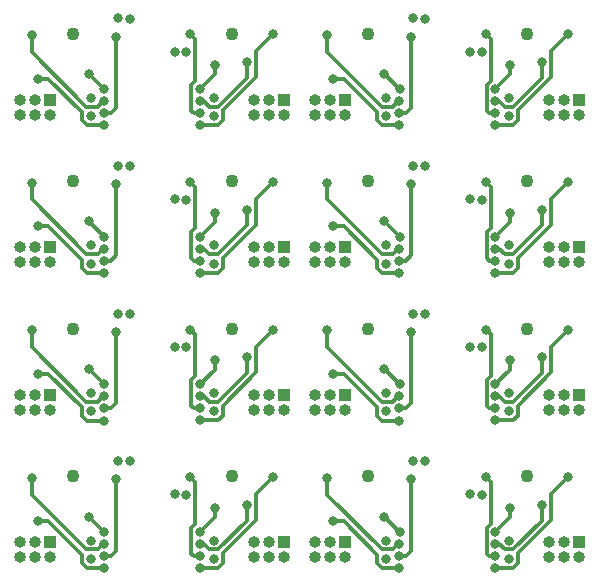
<source format=gbr>
%TF.GenerationSoftware,KiCad,Pcbnew,(5.1.10)-1*%
%TF.CreationDate,2022-01-17T18:26:10+07:00*%
%TF.ProjectId,ADuM_I2C_v3_pnlz2x4,4144754d-5f49-4324-935f-76335f706e6c,rev?*%
%TF.SameCoordinates,Original*%
%TF.FileFunction,Copper,L3,Inr*%
%TF.FilePolarity,Positive*%
%FSLAX46Y46*%
G04 Gerber Fmt 4.6, Leading zero omitted, Abs format (unit mm)*
G04 Created by KiCad (PCBNEW (5.1.10)-1) date 2022-01-17 18:26:10*
%MOMM*%
%LPD*%
G01*
G04 APERTURE LIST*
%TA.AperFunction,ComponentPad*%
%ADD10R,1.000000X1.000000*%
%TD*%
%TA.AperFunction,ComponentPad*%
%ADD11O,1.000000X1.000000*%
%TD*%
%TA.AperFunction,ViaPad*%
%ADD12C,0.800000*%
%TD*%
%TA.AperFunction,ViaPad*%
%ADD13C,1.100000*%
%TD*%
%TA.AperFunction,Conductor*%
%ADD14C,0.300000*%
%TD*%
G04 APERTURE END LIST*
D10*
%TO.N,VCCQ*%
%TO.C,J2*%
X146364000Y-125944000D03*
D11*
%TO.N,GND2*%
X146364000Y-127214000D03*
%TO.N,/SDAq*%
X145094000Y-125944000D03*
%TO.N,/SCLq*%
X145094000Y-127214000D03*
%TO.N,/outa*%
X143824000Y-125944000D03*
%TO.N,/inb*%
X143824000Y-127214000D03*
%TD*%
D10*
%TO.N,VCCQ*%
%TO.C,J2*%
X121364000Y-125944000D03*
D11*
%TO.N,GND2*%
X121364000Y-127214000D03*
%TO.N,/SDAq*%
X120094000Y-125944000D03*
%TO.N,/SCLq*%
X120094000Y-127214000D03*
%TO.N,/outa*%
X118824000Y-125944000D03*
%TO.N,/inb*%
X118824000Y-127214000D03*
%TD*%
D10*
%TO.N,VCCQ*%
%TO.C,J2*%
X146364000Y-113444000D03*
D11*
%TO.N,GND2*%
X146364000Y-114714000D03*
%TO.N,/SDAq*%
X145094000Y-113444000D03*
%TO.N,/SCLq*%
X145094000Y-114714000D03*
%TO.N,/outa*%
X143824000Y-113444000D03*
%TO.N,/inb*%
X143824000Y-114714000D03*
%TD*%
D10*
%TO.N,VCCQ*%
%TO.C,J2*%
X121364000Y-113444000D03*
D11*
%TO.N,GND2*%
X121364000Y-114714000D03*
%TO.N,/SDAq*%
X120094000Y-113444000D03*
%TO.N,/SCLq*%
X120094000Y-114714000D03*
%TO.N,/outa*%
X118824000Y-113444000D03*
%TO.N,/inb*%
X118824000Y-114714000D03*
%TD*%
D10*
%TO.N,VCCQ*%
%TO.C,J2*%
X146364000Y-100944000D03*
D11*
%TO.N,GND2*%
X146364000Y-102214000D03*
%TO.N,/SDAq*%
X145094000Y-100944000D03*
%TO.N,/SCLq*%
X145094000Y-102214000D03*
%TO.N,/outa*%
X143824000Y-100944000D03*
%TO.N,/inb*%
X143824000Y-102214000D03*
%TD*%
D10*
%TO.N,VCCQ*%
%TO.C,J2*%
X121364000Y-100944000D03*
D11*
%TO.N,GND2*%
X121364000Y-102214000D03*
%TO.N,/SDAq*%
X120094000Y-100944000D03*
%TO.N,/SCLq*%
X120094000Y-102214000D03*
%TO.N,/outa*%
X118824000Y-100944000D03*
%TO.N,/inb*%
X118824000Y-102214000D03*
%TD*%
D10*
%TO.N,VCCQ*%
%TO.C,J2*%
X146364000Y-88444000D03*
D11*
%TO.N,GND2*%
X146364000Y-89714000D03*
%TO.N,/SDAq*%
X145094000Y-88444000D03*
%TO.N,/SCLq*%
X145094000Y-89714000D03*
%TO.N,/outa*%
X143824000Y-88444000D03*
%TO.N,/inb*%
X143824000Y-89714000D03*
%TD*%
D10*
%TO.N,/ina*%
%TO.C,J1*%
X166176000Y-125944000D03*
D11*
%TO.N,/outb*%
X166176000Y-127214000D03*
%TO.N,/SDA*%
X164906000Y-125944000D03*
%TO.N,/SCL*%
X164906000Y-127214000D03*
%TO.N,VCC*%
X163636000Y-125944000D03*
%TO.N,GND*%
X163636000Y-127214000D03*
%TD*%
D10*
%TO.N,/ina*%
%TO.C,J1*%
X141176000Y-125944000D03*
D11*
%TO.N,/outb*%
X141176000Y-127214000D03*
%TO.N,/SDA*%
X139906000Y-125944000D03*
%TO.N,/SCL*%
X139906000Y-127214000D03*
%TO.N,VCC*%
X138636000Y-125944000D03*
%TO.N,GND*%
X138636000Y-127214000D03*
%TD*%
D10*
%TO.N,/ina*%
%TO.C,J1*%
X166176000Y-113444000D03*
D11*
%TO.N,/outb*%
X166176000Y-114714000D03*
%TO.N,/SDA*%
X164906000Y-113444000D03*
%TO.N,/SCL*%
X164906000Y-114714000D03*
%TO.N,VCC*%
X163636000Y-113444000D03*
%TO.N,GND*%
X163636000Y-114714000D03*
%TD*%
D10*
%TO.N,/ina*%
%TO.C,J1*%
X141176000Y-113444000D03*
D11*
%TO.N,/outb*%
X141176000Y-114714000D03*
%TO.N,/SDA*%
X139906000Y-113444000D03*
%TO.N,/SCL*%
X139906000Y-114714000D03*
%TO.N,VCC*%
X138636000Y-113444000D03*
%TO.N,GND*%
X138636000Y-114714000D03*
%TD*%
D10*
%TO.N,/ina*%
%TO.C,J1*%
X166176000Y-100944000D03*
D11*
%TO.N,/outb*%
X166176000Y-102214000D03*
%TO.N,/SDA*%
X164906000Y-100944000D03*
%TO.N,/SCL*%
X164906000Y-102214000D03*
%TO.N,VCC*%
X163636000Y-100944000D03*
%TO.N,GND*%
X163636000Y-102214000D03*
%TD*%
D10*
%TO.N,/ina*%
%TO.C,J1*%
X141176000Y-100944000D03*
D11*
%TO.N,/outb*%
X141176000Y-102214000D03*
%TO.N,/SDA*%
X139906000Y-100944000D03*
%TO.N,/SCL*%
X139906000Y-102214000D03*
%TO.N,VCC*%
X138636000Y-100944000D03*
%TO.N,GND*%
X138636000Y-102214000D03*
%TD*%
D10*
%TO.N,/ina*%
%TO.C,J1*%
X166176000Y-88444000D03*
D11*
%TO.N,/outb*%
X166176000Y-89714000D03*
%TO.N,/SDA*%
X164906000Y-88444000D03*
%TO.N,/SCL*%
X164906000Y-89714000D03*
%TO.N,VCC*%
X163636000Y-88444000D03*
%TO.N,GND*%
X163636000Y-89714000D03*
%TD*%
%TO.N,GND*%
%TO.C,J1*%
X138636000Y-89714000D03*
%TO.N,VCC*%
X138636000Y-88444000D03*
%TO.N,/SCL*%
X139906000Y-89714000D03*
%TO.N,/SDA*%
X139906000Y-88444000D03*
%TO.N,/outb*%
X141176000Y-89714000D03*
D10*
%TO.N,/ina*%
X141176000Y-88444000D03*
%TD*%
D11*
%TO.N,/inb*%
%TO.C,J2*%
X118824000Y-89714000D03*
%TO.N,/outa*%
X118824000Y-88444000D03*
%TO.N,/SCLq*%
X120094000Y-89714000D03*
%TO.N,/SDAq*%
X120094000Y-88444000D03*
%TO.N,GND2*%
X121364000Y-89714000D03*
D10*
%TO.N,VCCQ*%
X121364000Y-88444000D03*
%TD*%
D12*
%TO.N,VCC*%
X135207000Y-88291000D03*
D13*
X136731000Y-82856000D03*
D12*
X160207000Y-88291000D03*
X135207000Y-100791000D03*
X160207000Y-100791000D03*
X135207000Y-113291000D03*
X160207000Y-113291000D03*
X135207000Y-125791000D03*
X160207000Y-125791000D03*
D13*
X161731000Y-82856000D03*
X136731000Y-95356000D03*
X161731000Y-95356000D03*
X136731000Y-107856000D03*
X161731000Y-107856000D03*
X136731000Y-120356000D03*
X161731000Y-120356000D03*
D12*
%TO.N,GND*%
X135207000Y-89841000D03*
X160207000Y-89841000D03*
X135207000Y-102341000D03*
X160207000Y-102341000D03*
X135207000Y-114841000D03*
X160207000Y-114841000D03*
X135207000Y-127341000D03*
X160207000Y-127341000D03*
%TO.N,VCCQ*%
X124793000Y-88291000D03*
D13*
X123269000Y-82856000D03*
D12*
X149793000Y-88291000D03*
X124793000Y-100791000D03*
X149793000Y-100791000D03*
X124793000Y-113291000D03*
X149793000Y-113291000D03*
X124793000Y-125791000D03*
X149793000Y-125791000D03*
D13*
X148269000Y-82856000D03*
X123269000Y-95356000D03*
X148269000Y-95356000D03*
X123269000Y-107856000D03*
X148269000Y-107856000D03*
X123269000Y-120356000D03*
X148269000Y-120356000D03*
D12*
%TO.N,GND2*%
X124793000Y-89841000D03*
X149793000Y-89841000D03*
X124793000Y-102341000D03*
X149793000Y-102341000D03*
X124793000Y-114841000D03*
X149793000Y-114841000D03*
X124793000Y-127341000D03*
X149793000Y-127341000D03*
%TO.N,/SCL*%
X131903419Y-84379953D03*
X156903419Y-84379953D03*
X131903419Y-96879953D03*
X156903419Y-96879953D03*
X131903419Y-109379953D03*
X156903419Y-109379953D03*
X131903419Y-121879953D03*
X156903419Y-121879953D03*
%TO.N,/SDA*%
X132902990Y-84409645D03*
X157902990Y-84409645D03*
X132902990Y-96909645D03*
X157902990Y-96909645D03*
X132902990Y-109409645D03*
X157902990Y-109409645D03*
X132902990Y-121909645D03*
X157902990Y-121909645D03*
%TO.N,/SCLq*%
X128110140Y-81590919D03*
X153110140Y-81590919D03*
X128110140Y-94090919D03*
X153110140Y-94090919D03*
X128110140Y-106590919D03*
X153110140Y-106590919D03*
X128110140Y-119090919D03*
X153110140Y-119090919D03*
%TO.N,/SDAq*%
X127110247Y-81575469D03*
X152110247Y-81575469D03*
X127110247Y-94075469D03*
X152110247Y-94075469D03*
X127110247Y-106575469D03*
X152110247Y-106575469D03*
X127110247Y-119075469D03*
X152110247Y-119075469D03*
%TO.N,Net-(Q1-Pad2)*%
X134064000Y-87555000D03*
X135302898Y-85523004D03*
X159064000Y-87555000D03*
X134064000Y-100055000D03*
X159064000Y-100055000D03*
X134064000Y-112555000D03*
X159064000Y-112555000D03*
X134064000Y-125055000D03*
X159064000Y-125055000D03*
X160302898Y-85523004D03*
X135302898Y-98023004D03*
X160302898Y-98023004D03*
X135302898Y-110523004D03*
X160302898Y-110523004D03*
X135302898Y-123023004D03*
X160302898Y-123023004D03*
%TO.N,Net-(Q2-Pad2)*%
X134064000Y-89587000D03*
X133241533Y-82919496D03*
X159064000Y-89587000D03*
X134064000Y-102087000D03*
X159064000Y-102087000D03*
X134064000Y-114587000D03*
X159064000Y-114587000D03*
X134064000Y-127087000D03*
X159064000Y-127087000D03*
X158241533Y-82919496D03*
X133241533Y-95419496D03*
X158241533Y-95419496D03*
X133241533Y-107919496D03*
X158241533Y-107919496D03*
X133241533Y-120419496D03*
X158241533Y-120419496D03*
%TO.N,Net-(Q3-Pad2)*%
X134064000Y-88571000D03*
X138000994Y-85269000D03*
X159064000Y-88571000D03*
X134064000Y-101071000D03*
X159064000Y-101071000D03*
X134064000Y-113571000D03*
X159064000Y-113571000D03*
X134064000Y-126071000D03*
X159064000Y-126071000D03*
X163000994Y-85269000D03*
X138000994Y-97769000D03*
X163000994Y-97769000D03*
X138000994Y-110269000D03*
X163000994Y-110269000D03*
X138000994Y-122769000D03*
X163000994Y-122769000D03*
%TO.N,Net-(Q4-Pad2)*%
X134064000Y-90603000D03*
X140214811Y-82921996D03*
X159064000Y-90603000D03*
X134064000Y-103103000D03*
X159064000Y-103103000D03*
X134064000Y-115603000D03*
X159064000Y-115603000D03*
X134064000Y-128103000D03*
X159064000Y-128103000D03*
X165214811Y-82921996D03*
X140214811Y-95421996D03*
X165214811Y-95421996D03*
X140214811Y-107921996D03*
X165214811Y-107921996D03*
X140214811Y-120421996D03*
X165214811Y-120421996D03*
%TO.N,Net-(Q5-Pad2)*%
X124654010Y-86260265D03*
X125957705Y-87561379D03*
X149654010Y-86260265D03*
X124654010Y-98760265D03*
X149654010Y-98760265D03*
X124654010Y-111260265D03*
X149654010Y-111260265D03*
X124654010Y-123760265D03*
X149654010Y-123760265D03*
X150957705Y-87561379D03*
X125957705Y-100061379D03*
X150957705Y-100061379D03*
X125957705Y-112561379D03*
X150957705Y-112561379D03*
X125957705Y-125061379D03*
X150957705Y-125061379D03*
%TO.N,Net-(Q6-Pad2)*%
X125936000Y-89587000D03*
X126952000Y-83110000D03*
X150936000Y-89587000D03*
X125936000Y-102087000D03*
X150936000Y-102087000D03*
X125936000Y-114587000D03*
X150936000Y-114587000D03*
X125936000Y-127087000D03*
X150936000Y-127087000D03*
X151952000Y-83110000D03*
X126952000Y-95610000D03*
X151952000Y-95610000D03*
X126952000Y-108110000D03*
X151952000Y-108110000D03*
X126952000Y-120610000D03*
X151952000Y-120610000D03*
%TO.N,Net-(Q7-Pad2)*%
X119784577Y-82982726D03*
X125936000Y-88571000D03*
X144784577Y-82982726D03*
X119784577Y-95482726D03*
X144784577Y-95482726D03*
X119784577Y-107982726D03*
X144784577Y-107982726D03*
X119784577Y-120482726D03*
X144784577Y-120482726D03*
X150936000Y-88571000D03*
X125936000Y-101071000D03*
X150936000Y-101071000D03*
X125936000Y-113571000D03*
X150936000Y-113571000D03*
X125936000Y-126071000D03*
X150936000Y-126071000D03*
%TO.N,Net-(Q8-Pad2)*%
X125935957Y-90632135D03*
X120348000Y-86666000D03*
X150935957Y-90632135D03*
X125935957Y-103132135D03*
X150935957Y-103132135D03*
X125935957Y-115632135D03*
X150935957Y-115632135D03*
X125935957Y-128132135D03*
X150935957Y-128132135D03*
X145348000Y-86666000D03*
X120348000Y-99166000D03*
X145348000Y-99166000D03*
X120348000Y-111666000D03*
X145348000Y-111666000D03*
X120348000Y-124166000D03*
X145348000Y-124166000D03*
%TD*%
D14*
%TO.N,Net-(Q1-Pad2)*%
X135302898Y-86316102D02*
X135302898Y-85523004D01*
X134064000Y-87555000D02*
X135302898Y-86316102D01*
X135302898Y-86316102D02*
X135302898Y-85523004D01*
X134064000Y-87555000D02*
X135302898Y-86316102D01*
X160302898Y-86316102D02*
X160302898Y-85523004D01*
X135302898Y-98816102D02*
X135302898Y-98023004D01*
X160302898Y-98816102D02*
X160302898Y-98023004D01*
X135302898Y-111316102D02*
X135302898Y-110523004D01*
X160302898Y-111316102D02*
X160302898Y-110523004D01*
X135302898Y-123816102D02*
X135302898Y-123023004D01*
X160302898Y-123816102D02*
X160302898Y-123023004D01*
X159064000Y-87555000D02*
X160302898Y-86316102D01*
X134064000Y-100055000D02*
X135302898Y-98816102D01*
X159064000Y-100055000D02*
X160302898Y-98816102D01*
X134064000Y-112555000D02*
X135302898Y-111316102D01*
X159064000Y-112555000D02*
X160302898Y-111316102D01*
X134064000Y-125055000D02*
X135302898Y-123816102D01*
X159064000Y-125055000D02*
X160302898Y-123816102D01*
%TO.N,Net-(Q2-Pad2)*%
X134064000Y-89587000D02*
X133498315Y-89587000D01*
X133498315Y-89587000D02*
X133313999Y-89402684D01*
X133313999Y-89402684D02*
X133313999Y-87194999D01*
X133313999Y-87194999D02*
X133653631Y-86855367D01*
X133653631Y-86855367D02*
X133653631Y-83331594D01*
X133653631Y-83331594D02*
X133241533Y-82919496D01*
X134064000Y-89587000D02*
X133498315Y-89587000D01*
X133498315Y-89587000D02*
X133313999Y-89402684D01*
X133313999Y-89402684D02*
X133313999Y-87194999D01*
X133313999Y-87194999D02*
X133653631Y-86855367D01*
X133653631Y-86855367D02*
X133653631Y-83331594D01*
X133653631Y-83331594D02*
X133241533Y-82919496D01*
X159064000Y-89587000D02*
X158498315Y-89587000D01*
X134064000Y-102087000D02*
X133498315Y-102087000D01*
X159064000Y-102087000D02*
X158498315Y-102087000D01*
X134064000Y-114587000D02*
X133498315Y-114587000D01*
X159064000Y-114587000D02*
X158498315Y-114587000D01*
X134064000Y-127087000D02*
X133498315Y-127087000D01*
X159064000Y-127087000D02*
X158498315Y-127087000D01*
X158498315Y-89587000D02*
X158313999Y-89402684D01*
X133498315Y-102087000D02*
X133313999Y-101902684D01*
X158498315Y-102087000D02*
X158313999Y-101902684D01*
X133498315Y-114587000D02*
X133313999Y-114402684D01*
X158498315Y-114587000D02*
X158313999Y-114402684D01*
X133498315Y-127087000D02*
X133313999Y-126902684D01*
X158498315Y-127087000D02*
X158313999Y-126902684D01*
X158313999Y-89402684D02*
X158313999Y-87194999D01*
X133313999Y-101902684D02*
X133313999Y-99694999D01*
X158313999Y-101902684D02*
X158313999Y-99694999D01*
X133313999Y-114402684D02*
X133313999Y-112194999D01*
X158313999Y-114402684D02*
X158313999Y-112194999D01*
X133313999Y-126902684D02*
X133313999Y-124694999D01*
X158313999Y-126902684D02*
X158313999Y-124694999D01*
X158313999Y-87194999D02*
X158653631Y-86855367D01*
X133313999Y-99694999D02*
X133653631Y-99355367D01*
X158313999Y-99694999D02*
X158653631Y-99355367D01*
X133313999Y-112194999D02*
X133653631Y-111855367D01*
X158313999Y-112194999D02*
X158653631Y-111855367D01*
X133313999Y-124694999D02*
X133653631Y-124355367D01*
X158313999Y-124694999D02*
X158653631Y-124355367D01*
X158653631Y-86855367D02*
X158653631Y-83331594D01*
X133653631Y-99355367D02*
X133653631Y-95831594D01*
X158653631Y-99355367D02*
X158653631Y-95831594D01*
X133653631Y-111855367D02*
X133653631Y-108331594D01*
X158653631Y-111855367D02*
X158653631Y-108331594D01*
X133653631Y-124355367D02*
X133653631Y-120831594D01*
X158653631Y-124355367D02*
X158653631Y-120831594D01*
X158653631Y-83331594D02*
X158241533Y-82919496D01*
X133653631Y-95831594D02*
X133241533Y-95419496D01*
X158653631Y-95831594D02*
X158241533Y-95419496D01*
X133653631Y-108331594D02*
X133241533Y-107919496D01*
X158653631Y-108331594D02*
X158241533Y-107919496D01*
X133653631Y-120831594D02*
X133241533Y-120419496D01*
X158653631Y-120831594D02*
X158241533Y-120419496D01*
%TO.N,Net-(Q3-Pad2)*%
X138000994Y-86607008D02*
X138000994Y-85269000D01*
X135567001Y-89041001D02*
X138000994Y-86607008D01*
X134846999Y-89041001D02*
X135567001Y-89041001D01*
X134376998Y-88571000D02*
X134846999Y-89041001D01*
X134064000Y-88571000D02*
X134376998Y-88571000D01*
X138000994Y-86607008D02*
X138000994Y-85269000D01*
X135567001Y-89041001D02*
X138000994Y-86607008D01*
X134846999Y-89041001D02*
X135567001Y-89041001D01*
X134376998Y-88571000D02*
X134846999Y-89041001D01*
X134064000Y-88571000D02*
X134376998Y-88571000D01*
X163000994Y-86607008D02*
X163000994Y-85269000D01*
X138000994Y-99107008D02*
X138000994Y-97769000D01*
X163000994Y-99107008D02*
X163000994Y-97769000D01*
X138000994Y-111607008D02*
X138000994Y-110269000D01*
X163000994Y-111607008D02*
X163000994Y-110269000D01*
X138000994Y-124107008D02*
X138000994Y-122769000D01*
X163000994Y-124107008D02*
X163000994Y-122769000D01*
X160567001Y-89041001D02*
X163000994Y-86607008D01*
X135567001Y-101541001D02*
X138000994Y-99107008D01*
X160567001Y-101541001D02*
X163000994Y-99107008D01*
X135567001Y-114041001D02*
X138000994Y-111607008D01*
X160567001Y-114041001D02*
X163000994Y-111607008D01*
X135567001Y-126541001D02*
X138000994Y-124107008D01*
X160567001Y-126541001D02*
X163000994Y-124107008D01*
X159846999Y-89041001D02*
X160567001Y-89041001D01*
X134846999Y-101541001D02*
X135567001Y-101541001D01*
X159846999Y-101541001D02*
X160567001Y-101541001D01*
X134846999Y-114041001D02*
X135567001Y-114041001D01*
X159846999Y-114041001D02*
X160567001Y-114041001D01*
X134846999Y-126541001D02*
X135567001Y-126541001D01*
X159846999Y-126541001D02*
X160567001Y-126541001D01*
X159376998Y-88571000D02*
X159846999Y-89041001D01*
X134376998Y-101071000D02*
X134846999Y-101541001D01*
X159376998Y-101071000D02*
X159846999Y-101541001D01*
X134376998Y-113571000D02*
X134846999Y-114041001D01*
X159376998Y-113571000D02*
X159846999Y-114041001D01*
X134376998Y-126071000D02*
X134846999Y-126541001D01*
X159376998Y-126071000D02*
X159846999Y-126541001D01*
X159064000Y-88571000D02*
X159376998Y-88571000D01*
X134064000Y-101071000D02*
X134376998Y-101071000D01*
X159064000Y-101071000D02*
X159376998Y-101071000D01*
X134064000Y-113571000D02*
X134376998Y-113571000D01*
X159064000Y-113571000D02*
X159376998Y-113571000D01*
X134064000Y-126071000D02*
X134376998Y-126071000D01*
X159064000Y-126071000D02*
X159376998Y-126071000D01*
%TO.N,Net-(Q4-Pad2)*%
X138763000Y-84373807D02*
X140214811Y-82921996D01*
X138763000Y-86552122D02*
X138763000Y-84373807D01*
X135957001Y-89358121D02*
X138763000Y-86552122D01*
X135957001Y-90201001D02*
X135957001Y-89358121D01*
X135555002Y-90603000D02*
X135957001Y-90201001D01*
X134064000Y-90603000D02*
X135555002Y-90603000D01*
X138763000Y-84373807D02*
X140214811Y-82921996D01*
X138763000Y-86552122D02*
X138763000Y-84373807D01*
X135957001Y-89358121D02*
X138763000Y-86552122D01*
X135957001Y-90201001D02*
X135957001Y-89358121D01*
X135555002Y-90603000D02*
X135957001Y-90201001D01*
X134064000Y-90603000D02*
X135555002Y-90603000D01*
X163763000Y-84373807D02*
X165214811Y-82921996D01*
X138763000Y-96873807D02*
X140214811Y-95421996D01*
X163763000Y-96873807D02*
X165214811Y-95421996D01*
X138763000Y-109373807D02*
X140214811Y-107921996D01*
X163763000Y-109373807D02*
X165214811Y-107921996D01*
X138763000Y-121873807D02*
X140214811Y-120421996D01*
X163763000Y-121873807D02*
X165214811Y-120421996D01*
X163763000Y-86552122D02*
X163763000Y-84373807D01*
X138763000Y-99052122D02*
X138763000Y-96873807D01*
X163763000Y-99052122D02*
X163763000Y-96873807D01*
X138763000Y-111552122D02*
X138763000Y-109373807D01*
X163763000Y-111552122D02*
X163763000Y-109373807D01*
X138763000Y-124052122D02*
X138763000Y-121873807D01*
X163763000Y-124052122D02*
X163763000Y-121873807D01*
X160957001Y-89358121D02*
X163763000Y-86552122D01*
X135957001Y-101858121D02*
X138763000Y-99052122D01*
X160957001Y-101858121D02*
X163763000Y-99052122D01*
X135957001Y-114358121D02*
X138763000Y-111552122D01*
X160957001Y-114358121D02*
X163763000Y-111552122D01*
X135957001Y-126858121D02*
X138763000Y-124052122D01*
X160957001Y-126858121D02*
X163763000Y-124052122D01*
X160957001Y-90201001D02*
X160957001Y-89358121D01*
X135957001Y-102701001D02*
X135957001Y-101858121D01*
X160957001Y-102701001D02*
X160957001Y-101858121D01*
X135957001Y-115201001D02*
X135957001Y-114358121D01*
X160957001Y-115201001D02*
X160957001Y-114358121D01*
X135957001Y-127701001D02*
X135957001Y-126858121D01*
X160957001Y-127701001D02*
X160957001Y-126858121D01*
X160555002Y-90603000D02*
X160957001Y-90201001D01*
X135555002Y-103103000D02*
X135957001Y-102701001D01*
X160555002Y-103103000D02*
X160957001Y-102701001D01*
X135555002Y-115603000D02*
X135957001Y-115201001D01*
X160555002Y-115603000D02*
X160957001Y-115201001D01*
X135555002Y-128103000D02*
X135957001Y-127701001D01*
X160555002Y-128103000D02*
X160957001Y-127701001D01*
X159064000Y-90603000D02*
X160555002Y-90603000D01*
X134064000Y-103103000D02*
X135555002Y-103103000D01*
X159064000Y-103103000D02*
X160555002Y-103103000D01*
X134064000Y-115603000D02*
X135555002Y-115603000D01*
X159064000Y-115603000D02*
X160555002Y-115603000D01*
X134064000Y-128103000D02*
X135555002Y-128103000D01*
X159064000Y-128103000D02*
X160555002Y-128103000D01*
%TO.N,Net-(Q5-Pad2)*%
X125955124Y-87561379D02*
X125957705Y-87561379D01*
X124654010Y-86260265D02*
X125955124Y-87561379D01*
X125955124Y-87561379D02*
X125957705Y-87561379D01*
X124654010Y-86260265D02*
X125955124Y-87561379D01*
X150955124Y-87561379D02*
X150957705Y-87561379D01*
X125955124Y-100061379D02*
X125957705Y-100061379D01*
X150955124Y-100061379D02*
X150957705Y-100061379D01*
X125955124Y-112561379D02*
X125957705Y-112561379D01*
X150955124Y-112561379D02*
X150957705Y-112561379D01*
X125955124Y-125061379D02*
X125957705Y-125061379D01*
X150955124Y-125061379D02*
X150957705Y-125061379D01*
X149654010Y-86260265D02*
X150955124Y-87561379D01*
X124654010Y-98760265D02*
X125955124Y-100061379D01*
X149654010Y-98760265D02*
X150955124Y-100061379D01*
X124654010Y-111260265D02*
X125955124Y-112561379D01*
X149654010Y-111260265D02*
X150955124Y-112561379D01*
X124654010Y-123760265D02*
X125955124Y-125061379D01*
X149654010Y-123760265D02*
X150955124Y-125061379D01*
%TO.N,Net-(Q6-Pad2)*%
X126501685Y-89587000D02*
X125936000Y-89587000D01*
X126952000Y-89136685D02*
X126501685Y-89587000D01*
X126952000Y-83110000D02*
X126952000Y-89136685D01*
X126501685Y-89587000D02*
X125936000Y-89587000D01*
X126952000Y-89136685D02*
X126501685Y-89587000D01*
X126952000Y-83110000D02*
X126952000Y-89136685D01*
X151501685Y-89587000D02*
X150936000Y-89587000D01*
X126501685Y-102087000D02*
X125936000Y-102087000D01*
X151501685Y-102087000D02*
X150936000Y-102087000D01*
X126501685Y-114587000D02*
X125936000Y-114587000D01*
X151501685Y-114587000D02*
X150936000Y-114587000D01*
X126501685Y-127087000D02*
X125936000Y-127087000D01*
X151501685Y-127087000D02*
X150936000Y-127087000D01*
X151952000Y-89136685D02*
X151501685Y-89587000D01*
X126952000Y-101636685D02*
X126501685Y-102087000D01*
X151952000Y-101636685D02*
X151501685Y-102087000D01*
X126952000Y-114136685D02*
X126501685Y-114587000D01*
X151952000Y-114136685D02*
X151501685Y-114587000D01*
X126952000Y-126636685D02*
X126501685Y-127087000D01*
X151952000Y-126636685D02*
X151501685Y-127087000D01*
X151952000Y-83110000D02*
X151952000Y-89136685D01*
X126952000Y-95610000D02*
X126952000Y-101636685D01*
X151952000Y-95610000D02*
X151952000Y-101636685D01*
X126952000Y-108110000D02*
X126952000Y-114136685D01*
X151952000Y-108110000D02*
X151952000Y-114136685D01*
X126952000Y-120610000D02*
X126952000Y-126636685D01*
X151952000Y-120610000D02*
X151952000Y-126636685D01*
%TO.N,Net-(Q7-Pad2)*%
X125841998Y-88571000D02*
X125936000Y-88571000D01*
X125371997Y-89041001D02*
X125841998Y-88571000D01*
X124432999Y-89041001D02*
X125371997Y-89041001D01*
X119784577Y-84392579D02*
X124432999Y-89041001D01*
X119784577Y-82982726D02*
X119784577Y-84392579D01*
X125841998Y-88571000D02*
X125936000Y-88571000D01*
X125371997Y-89041001D02*
X125841998Y-88571000D01*
X124432999Y-89041001D02*
X125371997Y-89041001D01*
X119784577Y-84392579D02*
X124432999Y-89041001D01*
X119784577Y-82982726D02*
X119784577Y-84392579D01*
X150841998Y-88571000D02*
X150936000Y-88571000D01*
X125841998Y-101071000D02*
X125936000Y-101071000D01*
X150841998Y-101071000D02*
X150936000Y-101071000D01*
X125841998Y-113571000D02*
X125936000Y-113571000D01*
X150841998Y-113571000D02*
X150936000Y-113571000D01*
X125841998Y-126071000D02*
X125936000Y-126071000D01*
X150841998Y-126071000D02*
X150936000Y-126071000D01*
X150371997Y-89041001D02*
X150841998Y-88571000D01*
X125371997Y-101541001D02*
X125841998Y-101071000D01*
X150371997Y-101541001D02*
X150841998Y-101071000D01*
X125371997Y-114041001D02*
X125841998Y-113571000D01*
X150371997Y-114041001D02*
X150841998Y-113571000D01*
X125371997Y-126541001D02*
X125841998Y-126071000D01*
X150371997Y-126541001D02*
X150841998Y-126071000D01*
X149432999Y-89041001D02*
X150371997Y-89041001D01*
X124432999Y-101541001D02*
X125371997Y-101541001D01*
X149432999Y-101541001D02*
X150371997Y-101541001D01*
X124432999Y-114041001D02*
X125371997Y-114041001D01*
X149432999Y-114041001D02*
X150371997Y-114041001D01*
X124432999Y-126541001D02*
X125371997Y-126541001D01*
X149432999Y-126541001D02*
X150371997Y-126541001D01*
X144784577Y-84392579D02*
X149432999Y-89041001D01*
X119784577Y-96892579D02*
X124432999Y-101541001D01*
X144784577Y-96892579D02*
X149432999Y-101541001D01*
X119784577Y-109392579D02*
X124432999Y-114041001D01*
X144784577Y-109392579D02*
X149432999Y-114041001D01*
X119784577Y-121892579D02*
X124432999Y-126541001D01*
X144784577Y-121892579D02*
X149432999Y-126541001D01*
X144784577Y-82982726D02*
X144784577Y-84392579D01*
X119784577Y-95482726D02*
X119784577Y-96892579D01*
X144784577Y-95482726D02*
X144784577Y-96892579D01*
X119784577Y-107982726D02*
X119784577Y-109392579D01*
X144784577Y-107982726D02*
X144784577Y-109392579D01*
X119784577Y-120482726D02*
X119784577Y-121892579D01*
X144784577Y-120482726D02*
X144784577Y-121892579D01*
%TO.N,Net-(Q8-Pad2)*%
X124042999Y-89492997D02*
X124042999Y-90201001D01*
X124474133Y-90632135D02*
X125935957Y-90632135D01*
X121216002Y-86666000D02*
X124042999Y-89492997D01*
X124042999Y-90201001D02*
X124474133Y-90632135D01*
X120348000Y-86666000D02*
X121216002Y-86666000D01*
X124042999Y-89492997D02*
X124042999Y-90201001D01*
X124474133Y-90632135D02*
X125935957Y-90632135D01*
X121216002Y-86666000D02*
X124042999Y-89492997D01*
X124042999Y-90201001D02*
X124474133Y-90632135D01*
X120348000Y-86666000D02*
X121216002Y-86666000D01*
X149042999Y-89492997D02*
X149042999Y-90201001D01*
X124042999Y-101992997D02*
X124042999Y-102701001D01*
X149042999Y-101992997D02*
X149042999Y-102701001D01*
X124042999Y-114492997D02*
X124042999Y-115201001D01*
X149042999Y-114492997D02*
X149042999Y-115201001D01*
X124042999Y-126992997D02*
X124042999Y-127701001D01*
X149042999Y-126992997D02*
X149042999Y-127701001D01*
X149474133Y-90632135D02*
X150935957Y-90632135D01*
X124474133Y-103132135D02*
X125935957Y-103132135D01*
X149474133Y-103132135D02*
X150935957Y-103132135D01*
X124474133Y-115632135D02*
X125935957Y-115632135D01*
X149474133Y-115632135D02*
X150935957Y-115632135D01*
X124474133Y-128132135D02*
X125935957Y-128132135D01*
X149474133Y-128132135D02*
X150935957Y-128132135D01*
X146216002Y-86666000D02*
X149042999Y-89492997D01*
X121216002Y-99166000D02*
X124042999Y-101992997D01*
X146216002Y-99166000D02*
X149042999Y-101992997D01*
X121216002Y-111666000D02*
X124042999Y-114492997D01*
X146216002Y-111666000D02*
X149042999Y-114492997D01*
X121216002Y-124166000D02*
X124042999Y-126992997D01*
X146216002Y-124166000D02*
X149042999Y-126992997D01*
X149042999Y-90201001D02*
X149474133Y-90632135D01*
X124042999Y-102701001D02*
X124474133Y-103132135D01*
X149042999Y-102701001D02*
X149474133Y-103132135D01*
X124042999Y-115201001D02*
X124474133Y-115632135D01*
X149042999Y-115201001D02*
X149474133Y-115632135D01*
X124042999Y-127701001D02*
X124474133Y-128132135D01*
X149042999Y-127701001D02*
X149474133Y-128132135D01*
X145348000Y-86666000D02*
X146216002Y-86666000D01*
X120348000Y-99166000D02*
X121216002Y-99166000D01*
X145348000Y-99166000D02*
X146216002Y-99166000D01*
X120348000Y-111666000D02*
X121216002Y-111666000D01*
X145348000Y-111666000D02*
X146216002Y-111666000D01*
X120348000Y-124166000D02*
X121216002Y-124166000D01*
X145348000Y-124166000D02*
X146216002Y-124166000D01*
%TD*%
M02*

</source>
